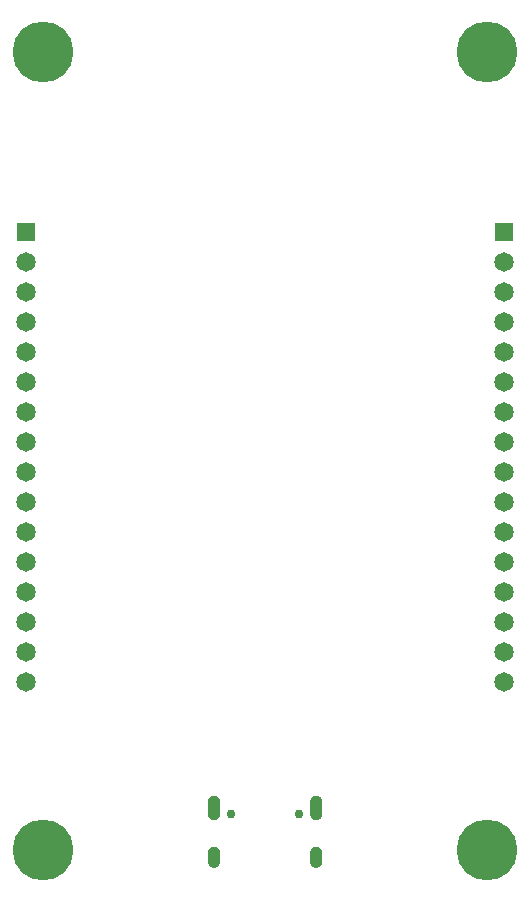
<source format=gbs>
G04*
G04 #@! TF.GenerationSoftware,Altium Limited,Altium Designer,23.1.1 (15)*
G04*
G04 Layer_Color=16711935*
%FSLAX44Y44*%
%MOMM*%
G71*
G04*
G04 #@! TF.SameCoordinates,7295AF94-9057-4BB6-BE4D-2D92AE26B948*
G04*
G04*
G04 #@! TF.FilePolarity,Negative*
G04*
G01*
G75*
%ADD42C,0.7500*%
%ADD43C,5.1500*%
%ADD44C,1.6500*%
%ADD45R,1.6500X1.6500*%
G36*
X982010Y424990D02*
X982270Y424970D01*
X982530Y424940D01*
X982790Y424890D01*
X983040Y424830D01*
X983300Y424760D01*
X983540Y424670D01*
X983780Y424570D01*
X984020Y424460D01*
X984250Y424330D01*
X984470Y424190D01*
X984690Y424050D01*
X984900Y423890D01*
X985100Y423720D01*
X985290Y423540D01*
X985470Y423350D01*
X985640Y423150D01*
X985800Y422940D01*
X985940Y422720D01*
X986080Y422500D01*
X986210Y422270D01*
X986320Y422030D01*
X986420Y421790D01*
X986510Y421550D01*
X986580Y421290D01*
X986640Y421040D01*
X986690Y420780D01*
X986720Y420520D01*
X986740Y420260D01*
X986750Y420000D01*
Y412000D01*
X986740Y411740D01*
X986720Y411480D01*
X986690Y411220D01*
X986640Y410960D01*
X986580Y410710D01*
X986510Y410450D01*
X986420Y410210D01*
X986320Y409970D01*
X986210Y409730D01*
X986080Y409500D01*
X985940Y409280D01*
X985800Y409060D01*
X985640Y408850D01*
X985470Y408650D01*
X985290Y408460D01*
X985100Y408280D01*
X984900Y408110D01*
X984690Y407950D01*
X984470Y407810D01*
X984250Y407670D01*
X984020Y407540D01*
X983780Y407430D01*
X983540Y407330D01*
X983300Y407240D01*
X983040Y407170D01*
X982790Y407110D01*
X982530Y407060D01*
X982270Y407030D01*
X982010Y407010D01*
X981750Y407000D01*
X981490Y407010D01*
X981230Y407030D01*
X980970Y407060D01*
X980710Y407110D01*
X980460Y407170D01*
X980200Y407240D01*
X979960Y407330D01*
X979720Y407430D01*
X979480Y407540D01*
X979250Y407670D01*
X979030Y407810D01*
X978810Y407950D01*
X978600Y408110D01*
X978400Y408280D01*
X978210Y408460D01*
X978030Y408650D01*
X977860Y408850D01*
X977700Y409060D01*
X977560Y409280D01*
X977420Y409500D01*
X977290Y409730D01*
X977180Y409970D01*
X977080Y410210D01*
X976990Y410450D01*
X976920Y410710D01*
X976860Y410960D01*
X976810Y411220D01*
X976780Y411480D01*
X976760Y411740D01*
X976750Y412000D01*
Y420000D01*
X976760Y420260D01*
X976780Y420520D01*
X976810Y420780D01*
X976860Y421040D01*
X976920Y421290D01*
X976990Y421550D01*
X977080Y421790D01*
X977180Y422030D01*
X977290Y422270D01*
X977420Y422500D01*
X977560Y422720D01*
X977700Y422940D01*
X977860Y423150D01*
X978030Y423350D01*
X978210Y423540D01*
X978400Y423720D01*
X978600Y423890D01*
X978810Y424050D01*
X979030Y424190D01*
X979250Y424330D01*
X979480Y424460D01*
X979720Y424570D01*
X979960Y424670D01*
X980200Y424760D01*
X980460Y424830D01*
X980710Y424890D01*
X980970Y424940D01*
X981230Y424970D01*
X981490Y424990D01*
X981750Y425000D01*
X982010Y424990D01*
D02*
G37*
G36*
Y468190D02*
X982270Y468170D01*
X982530Y468140D01*
X982790Y468090D01*
X983040Y468030D01*
X983300Y467960D01*
X983540Y467870D01*
X983780Y467770D01*
X984020Y467660D01*
X984250Y467530D01*
X984470Y467390D01*
X984690Y467250D01*
X984900Y467090D01*
X985100Y466920D01*
X985290Y466740D01*
X985470Y466550D01*
X985640Y466350D01*
X985800Y466140D01*
X985940Y465920D01*
X986080Y465700D01*
X986210Y465470D01*
X986320Y465230D01*
X986420Y464990D01*
X986510Y464750D01*
X986580Y464490D01*
X986640Y464240D01*
X986690Y463980D01*
X986720Y463720D01*
X986740Y463460D01*
X986750Y463200D01*
Y452200D01*
X986740Y451940D01*
X986720Y451680D01*
X986690Y451420D01*
X986640Y451160D01*
X986580Y450910D01*
X986510Y450650D01*
X986420Y450410D01*
X986320Y450170D01*
X986210Y449930D01*
X986080Y449700D01*
X985940Y449480D01*
X985800Y449260D01*
X985640Y449050D01*
X985470Y448850D01*
X985290Y448660D01*
X985100Y448480D01*
X984900Y448310D01*
X984690Y448150D01*
X984470Y448010D01*
X984250Y447870D01*
X984020Y447740D01*
X983780Y447630D01*
X983540Y447530D01*
X983300Y447440D01*
X983040Y447370D01*
X982790Y447310D01*
X982530Y447260D01*
X982270Y447230D01*
X982010Y447210D01*
X981750Y447200D01*
X981490Y447210D01*
X981230Y447230D01*
X980970Y447260D01*
X980710Y447310D01*
X980460Y447370D01*
X980200Y447440D01*
X979960Y447530D01*
X979720Y447630D01*
X979480Y447740D01*
X979250Y447870D01*
X979030Y448010D01*
X978810Y448150D01*
X978600Y448310D01*
X978400Y448480D01*
X978210Y448660D01*
X978030Y448850D01*
X977860Y449050D01*
X977700Y449260D01*
X977560Y449480D01*
X977420Y449700D01*
X977290Y449930D01*
X977180Y450170D01*
X977080Y450410D01*
X976990Y450650D01*
X976920Y450910D01*
X976860Y451160D01*
X976810Y451420D01*
X976780Y451680D01*
X976760Y451940D01*
X976750Y452200D01*
Y463200D01*
X976760Y463460D01*
X976780Y463720D01*
X976810Y463980D01*
X976860Y464240D01*
X976920Y464490D01*
X976990Y464750D01*
X977080Y464990D01*
X977180Y465230D01*
X977290Y465470D01*
X977420Y465700D01*
X977560Y465920D01*
X977700Y466140D01*
X977860Y466350D01*
X978030Y466550D01*
X978210Y466740D01*
X978400Y466920D01*
X978600Y467090D01*
X978810Y467250D01*
X979030Y467390D01*
X979250Y467530D01*
X979480Y467660D01*
X979720Y467770D01*
X979960Y467870D01*
X980200Y467960D01*
X980460Y468030D01*
X980710Y468090D01*
X980970Y468140D01*
X981230Y468170D01*
X981490Y468190D01*
X981750Y468200D01*
X982010Y468190D01*
D02*
G37*
G36*
X1068510Y424990D02*
X1068770Y424970D01*
X1069030Y424940D01*
X1069290Y424890D01*
X1069540Y424830D01*
X1069800Y424760D01*
X1070040Y424670D01*
X1070280Y424570D01*
X1070520Y424460D01*
X1070750Y424330D01*
X1070970Y424190D01*
X1071190Y424050D01*
X1071400Y423890D01*
X1071600Y423720D01*
X1071790Y423540D01*
X1071970Y423350D01*
X1072140Y423150D01*
X1072300Y422940D01*
X1072440Y422720D01*
X1072580Y422500D01*
X1072710Y422270D01*
X1072820Y422030D01*
X1072920Y421790D01*
X1073010Y421550D01*
X1073080Y421290D01*
X1073140Y421040D01*
X1073190Y420780D01*
X1073220Y420520D01*
X1073240Y420260D01*
X1073250Y420000D01*
Y412000D01*
X1073240Y411740D01*
X1073220Y411480D01*
X1073190Y411220D01*
X1073140Y410960D01*
X1073080Y410710D01*
X1073010Y410450D01*
X1072920Y410210D01*
X1072820Y409970D01*
X1072710Y409730D01*
X1072580Y409500D01*
X1072440Y409280D01*
X1072300Y409060D01*
X1072140Y408850D01*
X1071970Y408650D01*
X1071790Y408460D01*
X1071600Y408280D01*
X1071400Y408110D01*
X1071190Y407950D01*
X1070970Y407810D01*
X1070750Y407670D01*
X1070520Y407540D01*
X1070280Y407430D01*
X1070040Y407330D01*
X1069800Y407240D01*
X1069540Y407170D01*
X1069290Y407110D01*
X1069030Y407060D01*
X1068770Y407030D01*
X1068510Y407010D01*
X1068250Y407000D01*
X1067990Y407010D01*
X1067730Y407030D01*
X1067470Y407060D01*
X1067210Y407110D01*
X1066960Y407170D01*
X1066700Y407240D01*
X1066460Y407330D01*
X1066220Y407430D01*
X1065980Y407540D01*
X1065750Y407670D01*
X1065530Y407810D01*
X1065310Y407950D01*
X1065100Y408110D01*
X1064900Y408280D01*
X1064710Y408460D01*
X1064530Y408650D01*
X1064360Y408850D01*
X1064200Y409060D01*
X1064060Y409280D01*
X1063920Y409500D01*
X1063790Y409730D01*
X1063680Y409970D01*
X1063580Y410210D01*
X1063490Y410450D01*
X1063420Y410710D01*
X1063360Y410960D01*
X1063310Y411220D01*
X1063280Y411480D01*
X1063260Y411740D01*
X1063250Y412000D01*
Y420000D01*
X1063260Y420260D01*
X1063280Y420520D01*
X1063310Y420780D01*
X1063360Y421040D01*
X1063420Y421290D01*
X1063490Y421550D01*
X1063580Y421790D01*
X1063680Y422030D01*
X1063790Y422270D01*
X1063920Y422500D01*
X1064060Y422720D01*
X1064200Y422940D01*
X1064360Y423150D01*
X1064530Y423350D01*
X1064710Y423540D01*
X1064900Y423720D01*
X1065100Y423890D01*
X1065310Y424050D01*
X1065530Y424190D01*
X1065750Y424330D01*
X1065980Y424460D01*
X1066220Y424570D01*
X1066460Y424670D01*
X1066700Y424760D01*
X1066960Y424830D01*
X1067210Y424890D01*
X1067470Y424940D01*
X1067730Y424970D01*
X1067990Y424990D01*
X1068250Y425000D01*
X1068510Y424990D01*
D02*
G37*
G36*
Y468190D02*
X1068770Y468170D01*
X1069030Y468140D01*
X1069290Y468090D01*
X1069540Y468030D01*
X1069800Y467960D01*
X1070040Y467870D01*
X1070280Y467770D01*
X1070520Y467660D01*
X1070750Y467530D01*
X1070970Y467390D01*
X1071190Y467250D01*
X1071400Y467090D01*
X1071600Y466920D01*
X1071790Y466740D01*
X1071970Y466550D01*
X1072140Y466350D01*
X1072300Y466140D01*
X1072440Y465920D01*
X1072580Y465700D01*
X1072710Y465470D01*
X1072820Y465230D01*
X1072920Y464990D01*
X1073010Y464750D01*
X1073080Y464490D01*
X1073140Y464240D01*
X1073190Y463980D01*
X1073220Y463720D01*
X1073240Y463460D01*
X1073250Y463200D01*
Y452200D01*
X1073240Y451940D01*
X1073220Y451680D01*
X1073190Y451420D01*
X1073140Y451160D01*
X1073080Y450910D01*
X1073010Y450650D01*
X1072920Y450410D01*
X1072820Y450170D01*
X1072710Y449930D01*
X1072580Y449700D01*
X1072440Y449480D01*
X1072300Y449260D01*
X1072140Y449050D01*
X1071970Y448850D01*
X1071790Y448660D01*
X1071600Y448480D01*
X1071400Y448310D01*
X1071190Y448150D01*
X1070970Y448010D01*
X1070750Y447870D01*
X1070520Y447740D01*
X1070280Y447630D01*
X1070040Y447530D01*
X1069800Y447440D01*
X1069540Y447370D01*
X1069290Y447310D01*
X1069030Y447260D01*
X1068770Y447230D01*
X1068510Y447210D01*
X1068250Y447200D01*
X1067950Y447210D01*
X1067680Y447240D01*
X1067420Y447280D01*
X1067160Y447330D01*
X1066910Y447400D01*
X1066660Y447470D01*
X1066410Y447570D01*
X1066170Y447670D01*
X1065930Y447790D01*
X1065700Y447920D01*
X1065480Y448060D01*
X1065260Y448220D01*
X1065050Y448380D01*
X1064860Y448560D01*
X1064670Y448740D01*
X1064490Y448940D01*
X1064320Y449140D01*
X1064160Y449350D01*
X1064020Y449570D01*
X1063880Y449800D01*
X1063760Y450040D01*
X1063650Y450280D01*
X1063550Y450520D01*
X1063470Y450770D01*
X1063400Y451030D01*
X1063340Y451290D01*
X1063300Y451550D01*
X1063270Y451810D01*
X1063250Y452070D01*
Y452300D01*
Y463300D01*
X1063260Y463600D01*
X1063290Y463850D01*
X1063320Y464110D01*
X1063380Y464360D01*
X1063440Y464610D01*
X1063520Y464860D01*
X1063610Y465100D01*
X1063710Y465340D01*
X1063830Y465570D01*
X1063960Y465800D01*
X1064100Y466020D01*
X1064250Y466230D01*
X1064410Y466430D01*
X1064580Y466630D01*
X1064760Y466810D01*
X1064950Y466990D01*
X1065150Y467150D01*
X1065360Y467310D01*
X1065580Y467450D01*
X1065800Y467580D01*
X1066030Y467700D01*
X1066270Y467810D01*
X1066510Y467900D01*
X1066750Y467980D01*
X1067000Y468050D01*
X1067260Y468110D01*
X1067510Y468150D01*
X1067770Y468180D01*
X1068030Y468200D01*
X1068250D01*
X1068510Y468190D01*
D02*
G37*
D42*
X1053900Y452800D02*
D03*
X996100D02*
D03*
D43*
X1213000Y422000D02*
D03*
X837000D02*
D03*
X1213000Y1098000D02*
D03*
X837000D02*
D03*
D44*
X1227250Y564250D02*
D03*
Y615050D02*
D03*
Y640450D02*
D03*
Y691250D02*
D03*
Y716650D02*
D03*
Y742050D02*
D03*
Y767450D02*
D03*
Y792850D02*
D03*
Y818250D02*
D03*
Y843650D02*
D03*
Y869050D02*
D03*
Y894450D02*
D03*
Y919850D02*
D03*
X822750Y564250D02*
D03*
Y742050D02*
D03*
Y589650D02*
D03*
Y615050D02*
D03*
Y640450D02*
D03*
Y665850D02*
D03*
Y691250D02*
D03*
Y716650D02*
D03*
Y767450D02*
D03*
Y792850D02*
D03*
Y818250D02*
D03*
Y843650D02*
D03*
Y869050D02*
D03*
Y894450D02*
D03*
Y919850D02*
D03*
X1227250Y665850D02*
D03*
Y589650D02*
D03*
D45*
X822750Y945250D02*
D03*
X1227250D02*
D03*
M02*

</source>
